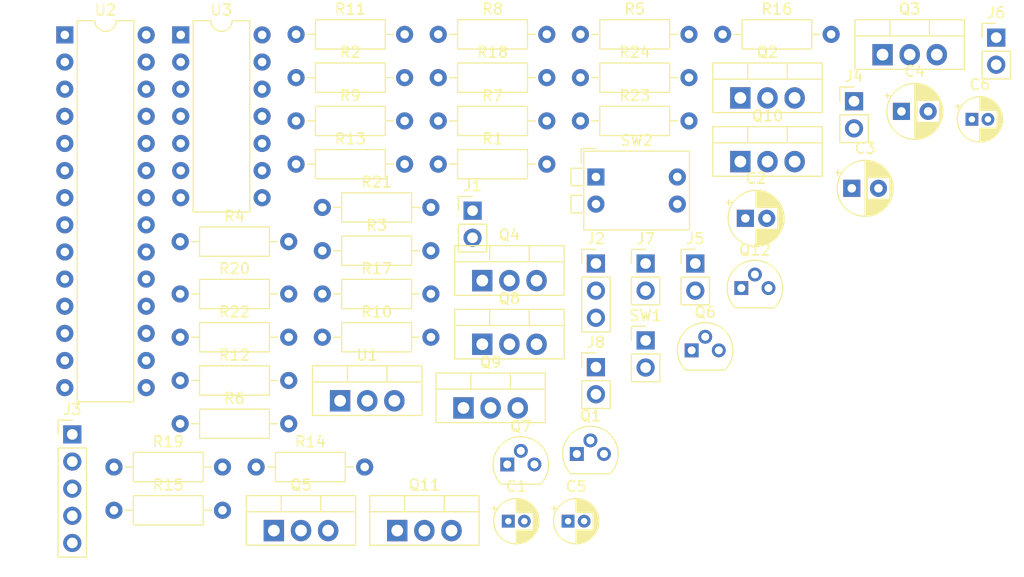
<source format=kicad_pcb>
(kicad_pcb (version 20211014) (generator pcbnew)
  (layers (0 "F.Cu" signal) (31 "B.Cu" signal) (34 "B.Paste" user) (35 "F.Paste" user) (36 "B.SilkS" user "B.Silkscreen") (37 "F.SilkS" user "F.Silkscreen") (38 "B.Mask" user) (39 "F.Mask" user) (44 "Edge.Cuts" user))
  (net 0 "")
  (net 1 "RSTI")
  (net 2 "GND")
  (net 3 "RSET")
  (net 4 "+8V")
  (net 5 "LLRH")
  (net 6 "RLRH")
  (net 7 "LM-")
  (net 8 "+7.5V")
  (net 9 "~MCLR")
  (net 10 "TX")
  (net 11 "RX")
  (net 12 "LSET")
  (net 13 "RM+")
  (net 14 "RM-")
  (net 16 "LCCW")
  (net 17 "LP1G")
  (net 18 "LM+")
  (net 19 "LN1G")
  (net 20 "LN2G")
  (net 21 "LP2G")
  (net 22 "LCW")
  (net 23 "RCCW")
  (net 24 "RP1G")
  (net 25 "RN1G")
  (net 26 "RN2G")
  (net 27 "RP2G")
  (net 28 "RCW")
  (net 29 "TP3")
  (net 30 "TP4")
  (net 31 "LLIGHT")
  (net 32 "RLIGHT")
  (net 33 "LQ")
  (net 34 "RQ")
  (net 35 "LRST")
  (net 36 "GLED")
  (net 37 "RLED")
  (net 38 "L!Q")
  (net 39 "R!Q")
  (footprint "Capacitor_THT:CP_Radial_D5.0mm_P2.00mm" (layer "F.Cu") (at 171.194974 80.35)
    (fp_text reference "C2" (at 1 -3.75) (layer "F.SilkS"))
    (fp_text value "2.2u")
    (pad "1" thru_hole rect (at 0 0) (size 1.6 1.6) (drill 0.8) (layers *.Cu *.Mask) (net 3 "RSET"))
    (pad "2" thru_hole circle (at 2 0) (size 1.6 1.6) (drill 0.8) (layers *.Cu *.Mask) (net 2 "GND"))
  )
  (footprint "Resistor_THT:R_Axial_DIN0207_L6.3mm_D2.5mm_P10.16mm_Horizontal" (layer "F.Cu") (at 118.285199 87.43)
    (fp_text reference "R20" (at 5.08 -2.37) (layer "F.SilkS"))
    (fp_text value "10k")
    (pad "1" thru_hole circle (at 0 0) (size 1.6 1.6) (drill 0.8) (layers *.Cu *.Mask) (net 26 "RN2G"))
    (pad "2" thru_hole oval (at 10.16 0) (size 1.6 1.6) (drill 0.8) (layers *.Cu *.Mask) (net 2 "GND"))
  )
  (footprint "Capacitor_THT:CP_Radial_D5.0mm_P2.50mm" (layer "F.Cu") (at 185.804974 70.34)
    (fp_text reference "C4" (at 1.25 -3.75) (layer "F.SilkS"))
    (fp_text value "47u")
    (pad "1" thru_hole rect (at 0 0) (size 1.6 1.6) (drill 0.8) (layers *.Cu *.Mask) (net 4 "+8V"))
    (pad "2" thru_hole circle (at 2.5 0) (size 1.6 1.6) (drill 0.8) (layers *.Cu *.Mask) (net 2 "GND"))
  )
  (footprint "Package_TO_SOT_THT:TO-220-3_Vertical" (layer "F.Cu") (at 170.725199 75.04)
    (fp_text reference "Q10" (at 2.54 -4.27) (layer "F.SilkS"))
    (fp_text value "N2R")
    (pad "1" thru_hole rect (at 0 0) (size 1.905 2) (drill 1.1) (layers *.Cu *.Mask) (net 26 "RN2G"))
    (pad "2" thru_hole oval (at 2.54 0) (size 1.905 2) (drill 1.1) (layers *.Cu *.Mask) (net 14 "RM-"))
    (pad "3" thru_hole oval (at 5.08 0) (size 1.905 2) (drill 1.1) (layers *.Cu *.Mask) (net 2 "GND"))
  )
  (footprint "Package_TO_SOT_THT:TO-92" (layer "F.Cu") (at 170.815199 86.88)
    (fp_text reference "Q12" (at 1.27 -3.56) (layer "F.SilkS"))
    (fp_text value "Q2R")
    (pad "1" thru_hole rect (at 0 0) (size 1.3 1.3) (drill 0.75) (layers *.Cu *.Mask) (net 2 "GND"))
    (pad "2" thru_hole circle (at 1.27 -1.27) (size 1.3 1.3) (drill 0.75) (layers *.Cu *.Mask) (net 28 "RCW"))
    (pad "3" thru_hole circle (at 2.54 0) (size 1.3 1.3) (drill 0.75) (layers *.Cu *.Mask) (net 27 "RP2G"))
  )
  (footprint "Connector_PinHeader_2.54mm:PinHeader_1x02_P2.54mm_Vertical" (layer "F.Cu") (at 145.655199 79.63)
    (fp_text reference "J1" (at 0 -2.33) (layer "F.SilkS"))
    (fp_text value "LMOTOR")
    (pad "1" thru_hole rect (at 0 0) (size 1.7 1.7) (drill 1) (layers *.Cu *.Mask) (net 7 "LM-"))
    (pad "2" thru_hole oval (at 0 2.54) (size 1.7 1.7) (drill 1) (layers *.Cu *.Mask) (net 18 "LM+"))
  )
  (footprint "Resistor_THT:R_Axial_DIN0207_L6.3mm_D2.5mm_P10.16mm_Horizontal" (layer "F.Cu") (at 129.135199 71.23)
    (fp_text reference "R9" (at 5.08 -2.37) (layer "F.SilkS"))
    (fp_text value "10k")
    (pad "1" thru_hole circle (at 0 0) (size 1.6 1.6) (drill 0.8) (layers *.Cu *.Mask) (net 4 "+8V"))
    (pad "2" thru_hole oval (at 10.16 0) (size 1.6 1.6) (drill 0.8) (layers *.Cu *.Mask) (net 21 "LP2G"))
  )
  (footprint "Resistor_THT:R_Axial_DIN0207_L6.3mm_D2.5mm_P10.16mm_Horizontal" (layer "F.Cu") (at 142.445199 67.18)
    (fp_text reference "R18" (at 5.08 -2.37) (layer "F.SilkS"))
    (fp_text value "10k")
    (pad "1" thru_hole circle (at 0 0) (size 1.6 1.6) (drill 0.8) (layers *.Cu *.Mask) (net 25 "RN1G"))
    (pad "2" thru_hole oval (at 10.16 0) (size 1.6 1.6) (drill 0.8) (layers *.Cu *.Mask) (net 2 "GND"))
  )
  (footprint "Resistor_THT:R_Axial_DIN0207_L6.3mm_D2.5mm_P10.16mm_Horizontal" (layer "F.Cu") (at 118.285199 99.58)
    (fp_text reference "R6" (at 5.08 -2.37) (layer "F.SilkS"))
    (fp_text value "10k")
    (pad "1" thru_hole circle (at 0 0) (size 1.6 1.6) (drill 0.8) (layers *.Cu *.Mask) (net 20 "LN2G"))
    (pad "2" thru_hole oval (at 10.16 0) (size 1.6 1.6) (drill 0.8) (layers *.Cu *.Mask) (net 2 "GND"))
  )
  (footprint "Resistor_THT:R_Axial_DIN0207_L6.3mm_D2.5mm_P10.16mm_Horizontal" (layer "F.Cu") (at 169.065199 63.13)
    (fp_text reference "R16" (at 5.08 -2.37) (layer "F.SilkS"))
    (fp_text value "220")
    (pad "1" thru_hole circle (at 0 0) (size 1.6 1.6) (drill 0.8) (layers *.Cu *.Mask) (net 32 "RLIGHT"))
    (pad "2" thru_hole oval (at 10.16 0) (size 1.6 1.6) (drill 0.8) (layers *.Cu *.Mask) (net 6 "RLRH"))
  )
  (footprint "Resistor_THT:R_Axial_DIN0207_L6.3mm_D2.5mm_P10.16mm_Horizontal" (layer "F.Cu") (at 125.395199 103.63)
    (fp_text reference "R14" (at 5.08 -2.37) (layer "F.SilkS"))
    (fp_text value "10k")
    (pad "1" thru_hole circle (at 0 0) (size 1.6 1.6) (drill 0.8) (layers *.Cu *.Mask) (net 23 "RCCW"))
    (pad "2" thru_hole oval (at 10.16 0) (size 1.6 1.6) (drill 0.8) (layers *.Cu *.Mask) (net 2 "GND"))
  )
  (footprint "Package_TO_SOT_THT:TO-220-3_Vertical" (layer "F.Cu") (at 144.805199 98.1)
    (fp_text reference "Q9" (at 2.54 -4.27) (layer "F.SilkS"))
    (fp_text value "N1R")
    (pad "1" thru_hole rect (at 0 0) (size 1.905 2) (drill 1.1) (layers *.Cu *.Mask) (net 25 "RN1G"))
    (pad "2" thru_hole oval (at 2.54 0) (size 1.905 2) (drill 1.1) (layers *.Cu *.Mask) (net 13 "RM+"))
    (pad "3" thru_hole oval (at 5.08 0) (size 1.905 2) (drill 1.1) (layers *.Cu *.Mask) (net 2 "GND"))
  )
  (footprint "Resistor_THT:R_Axial_DIN0207_L6.3mm_D2.5mm_P10.16mm_Horizontal" (layer "F.Cu") (at 155.755199 71.23)
    (fp_text reference "R23" (at 5.08 -2.37) (layer "F.SilkS"))
    (fp_text value "10k")
    (pad "1" thru_hole circle (at 0 0) (size 1.6 1.6) (drill 0.8) (layers *.Cu *.Mask) (net 28 "RCW"))
    (pad "2" thru_hole oval (at 10.16 0) (size 1.6 1.6) (drill 0.8) (layers *.Cu *.Mask) (net 2 "GND"))
  )
  (footprint "Connector_PinHeader_2.54mm:PinHeader_1x02_P2.54mm_Vertical" (layer "F.Cu") (at 157.205199 94.28)
    (fp_text reference "J8" (at 0 -2.33) (layer "F.SilkS"))
    (fp_text value "RBUMP")
    (pad "1" thru_hole rect (at 0 0) (size 1.7 1.7) (drill 1) (layers *.Cu *.Mask) (net 3 "RSET"))
    (pad "2" thru_hole oval (at 0 2.54) (size 1.7 1.7) (drill 1) (layers *.Cu *.Mask))
  )
  (footprint "Resistor_THT:R_Axial_DIN0207_L6.3mm_D2.5mm_P10.16mm_Horizontal" (layer "F.Cu") (at 131.595199 79.33)
    (fp_text reference "R21" (at 5.08 -2.37) (layer "F.SilkS"))
    (fp_text value "10k")
    (pad "1" thru_hole circle (at 0 0) (size 1.6 1.6) (drill 0.8) (layers *.Cu *.Mask) (net 12 "LSET"))
    (pad "2" thru_hole oval (at 10.16 0) (size 1.6 1.6) (drill 0.8) (layers *.Cu *.Mask) (net 2 "GND"))
  )
  (footprint "Package_TO_SOT_THT:TO-220-3_Vertical" (layer "F.Cu") (at 138.605199 109.58)
    (fp_text reference "Q11" (at 2.54 -4.27) (layer "F.SilkS"))
    (fp_text value "P2R")
    (pad "1" thru_hole rect (at 0 0) (size 1.905 2) (drill 1.1) (layers *.Cu *.Mask) (net 27 "RP2G"))
    (pad "2" thru_hole oval (at 2.54 0) (size 1.905 2) (drill 1.1) (layers *.Cu *.Mask) (net 14 "RM-"))
    (pad "3" thru_hole oval (at 5.08 0) (size 1.905 2) (drill 1.1) (layers *.Cu *.Mask) (net 4 "+8V"))
  )
  (footprint "Resistor_THT:R_Axial_DIN0207_L6.3mm_D2.5mm_P10.16mm_Horizontal" (layer "F.Cu") (at 118.285199 95.53)
    (fp_text reference "R12" (at 5.08 -2.37) (layer "F.SilkS"))
    (fp_text value "10k")
    (pad "1" thru_hole circle (at 0 0) (size 1.6 1.6) (drill 0.8) (layers *.Cu *.Mask) (net 22 "LCW"))
    (pad "2" thru_hole oval (at 10.16 0) (size 1.6 1.6) (drill 0.8) (layers *.Cu *.Mask) (net 2 "GND"))
  )
  (footprint "Resistor_THT:R_Axial_DIN0207_L6.3mm_D2.5mm_P10.16mm_Horizontal" (layer "F.Cu") (at 112.085199 107.68)
    (fp_text reference "R15" (at 5.08 -2.37) (layer "F.SilkS"))
    (fp_text value "10k")
    (pad "1" thru_hole circle (at 0 0) (size 1.6 1.6) (drill 0.8) (layers *.Cu *.Mask) (net 4 "+8V"))
    (pad "2" thru_hole oval (at 10.16 0) (size 1.6 1.6) (drill 0.8) (layers *.Cu *.Mask) (net 24 "RP1G"))
  )
  (footprint "Resistor_THT:R_Axial_DIN0207_L6.3mm_D2.5mm_P10.16mm_Horizontal" (layer "F.Cu") (at 142.445199 75.28)
    (fp_text reference "R1" (at 5.08 -2.37) (layer "F.SilkS"))
    (fp_text value "10k")
    (pad "1" thru_hole circle (at 0 0) (size 1.6 1.6) (drill 0.8) (layers *.Cu *.Mask) (net 16 "LCCW"))
    (pad "2" thru_hole oval (at 10.16 0) (size 1.6 1.6) (drill 0.8) (layers *.Cu *.Mask) (net 2 "GND"))
  )
  (footprint "Resistor_THT:R_Axial_DIN0207_L6.3mm_D2.5mm_P10.16mm_Horizontal" (layer "F.Cu") (at 118.285199 91.48)
    (fp_text reference "R22" (at 5.08 -2.37) (layer "F.SilkS"))
    (fp_text value "10k")
    (pad "1" thru_hole circle (at 0 0) (size 1.6 1.6) (drill 0.8) (layers *.Cu *.Mask) (net 4 "+8V"))
    (pad "2" thru_hole oval (at 10.16 0) (size 1.6 1.6) (drill 0.8) (layers *.Cu *.Mask) (net 27 "RP2G"))
  )
  (footprint "Resistor_THT:R_Axial_DIN0207_L6.3mm_D2.5mm_P10.16mm_Horizontal" (layer "F.Cu") (at 142.445199 63.13)
    (fp_text reference "R8" (at 5.08 -2.37) (layer "F.SilkS"))
    (fp_text value "470")
    (pad "1" thru_hole circle (at 0 0) (size 1.6 1.6) (drill 0.8) (layers *.Cu *.Mask) (net 1 "RSTI"))
    (pad "2" thru_hole oval (at 10.16 0) (size 1.6 1.6) (drill 0.8) (layers *.Cu *.Mask) (net 9 "~MCLR"))
  )
  (footprint "Capacitor_THT:CP_Radial_D4.0mm_P1.50mm" (layer "F.Cu") (at 192.4 71.08)
    (fp_text reference "C6" (at 0.75 -3.25) (layer "F.SilkS"))
    (fp_text value ".1u")
    (pad "1" thru_hole rect (at 0 0) (size 1.2 1.2) (drill 0.6) (layers *.Cu *.Mask) (net 3 "RSET"))
    (pad "2" thru_hole circle (at 1.5 0) (size 1.2 1.2) (drill 0.6) (layers *.Cu *.Mask) (net 6 "RLRH"))
  )
  (footprint "Package_TO_SOT_THT:TO-220-3_Vertical" (layer "F.Cu") (at 184.035199 65.03)
    (fp_text reference "Q3" (at 2.54 -4.27) (layer "F.SilkS"))
    (fp_text value "N1L")
    (pad "1" thru_hole rect (at 0 0) (size 1.905 2) (drill 1.1) (layers *.Cu *.Mask) (net 19 "LN1G"))
    (pad "2" thru_hole oval (at 2.54 0) (size 1.905 2) (drill 1.1) (layers *.Cu *.Mask) (net 18 "LM+"))
    (pad "3" thru_hole oval (at 5.08 0) (size 1.905 2) (drill 1.1) (layers *.Cu *.Mask) (net 2 "GND"))
  )
  (footprint "Resistor_THT:R_Axial_DIN0207_L6.3mm_D2.5mm_P10.16mm_Horizontal" (layer "F.Cu") (at 131.595199 83.38)
    (fp_text reference "R3" (at 5.08 -2.37) (layer "F.SilkS"))
    (fp_text value "1k")
    (pad "1" thru_hole circle (at 0 0) (size 1.6 1.6) (drill 0.8) (layers *.Cu *.Mask) (net 20 "LN2G"))
    (pad "2" thru_hole oval (at 10.16 0) (size 1.6 1.6) (drill 0.8) (layers *.Cu *.Mask) (net 18 "LM+"))
  )
  (footprint "Button_Switch_THT:SW_DIP_SPSTx02_Piano_CTS_Series194-2MSTN_W7.62mm_P2.54mm" (layer "F.Cu") (at 157.205199 76.48)
    (fp_text reference "SW2" (at 3.81 -3.42) (layer "F.SilkS"))
    (fp_text value "TSTSW")
    (pad "1" thru_hole rect (at 0 0) (size 1.6 1.6) (drill 0.8) (layers *.Cu *.Mask) (net 2 "GND"))
    (pad "2" thru_hole oval (at 0 2.54) (size 1.6 1.6) (drill 0.8) (layers *.Cu *.Mask) (net 2 "GND"))
    (pad "3" thru_hole oval (at 7.62 2.54) (size 1.6 1.6) (drill 0.8) (layers *.Cu *.Mask) (net 30 "TP4"))
    (pad "4" thru_hole oval (at 7.62 0) (size 1.6 1.6) (drill 0.8) (layers *.Cu *.Mask) (net 29 "TP3"))
  )
  (footprint "Connector_PinHeader_2.54mm:PinHeader_1x02_P2.54mm_Vertical" (layer "F.Cu") (at 166.505199 84.58)
    (fp_text reference "J5" (at 0 -2.33) (layer "F.SilkS"))
    (fp_text value "RPR")
    (pad "1" thru_hole rect (at 0 0) (size 1.7 1.7) (drill 1) (layers *.Cu *.Mask) (net 2 "GND"))
    (pad "2" thru_hole oval (at 0 2.54) (size 1.7 1.7) (drill 1) (layers *.Cu *.Mask) (net 6 "RLRH"))
  )
  (footprint "Package_TO_SOT_THT:TO-220-3_Vertical" (layer "F.Cu") (at 146.565199 86.18)
    (fp_text reference "Q4" (at 2.54 -4.27) (layer "F.SilkS"))
    (fp_text value "N2R")
    (pad "1" thru_hole rect (at 0 0) (size 1.905 2) (drill 1.1) (layers *.Cu *.Mask) (net 20 "LN2G"))
    (pad "2" thru_hole oval (at 2.54 0) (size 1.905 2) (drill 1.1) (layers *.Cu *.Mask) (net 7 "LM-"))
    (pad "3" thru_hole oval (at 5.08 0) (size 1.905 2) (drill 1.1) (layers *.Cu *.Mask) (net 2 "GND"))
  )
  (footprint "Package_TO_SOT_THT:TO-92" (layer "F.Cu") (at 155.415199 102.41)
    (fp_text reference "Q1" (at 1.27 -3.56) (layer "F.SilkS"))
    (fp_text value "Q1L")
    (pad "1" thru_hole rect (at 0 0) (size 1.3 1.3) (drill 0.75) (layers *.Cu *.Mask) (net 2 "GND"))
    (pad "2" thru_hole circle (at 1.27 -1.27) (size 1.3 1.3) (drill 0.75) (layers *.Cu *.Mask) (net 16 "LCCW"))
    (pad "3" thru_hole circle (at 2.54 0) (size 1.3 1.3) (drill 0.75) (layers *.Cu *.Mask) (net 17 "LP1G"))
  )
  (footprint "Connector_PinHeader_2.54mm:PinHeader_1x02_P2.54mm_Vertical" (layer "F.Cu") (at 181.365199 69.39)
    (fp_text reference "J4" (at 0 -2.33) (layer "F.SilkS"))
    (fp_text value "LPR")
    (pad "1" thru_hole rect (at 0 0) (size 1.7 1.7) (drill 1) (layers *.Cu *.Mask) (net 5 "LLRH"))
    (pad "2" thru_hole oval (at 0 2.54) (size 1.7 1.7) (drill 1) (layers *.Cu *.Mask) (net 2 "GND"))
  )
  (footprint "Resistor_THT:R_Axial_DIN0207_L6.3mm_D2.5mm_P10.16mm_Horizontal" (layer "F.Cu") (at 142.445199 71.23)
    (fp_text reference "R7" (at 5.08 -2.37) (layer "F.SilkS"))
    (fp_text value "10k")
    (pad "1" thru_hole circle (at 0 0) (size 1.6 1.6) (drill 0.8) (layers *.Cu *.Mask) (net 3 "RSET"))
    (pad "2" thru_hole oval (at 10.16 0) (size 1.6 1.6) (drill 0.8) (layers *.Cu *.Mask) (net 1 "RSTI"))
  )
  (footprint "Package_TO_SOT_THT:TO-220-3_Vertical" (layer "F.Cu") (at 133.255199 97.43)
    (fp_text reference "U1" (at 2.54 -4.27) (layer "F.SilkS"))
    (fp_text value "LM2940CT")
    (pad "1" thru_hole rect (at 0 0) (size 1.905 2) (drill 1.1) (layers *.Cu *.Mask) (net 8 "+7.5V"))
    (pad "2" thru_hole oval (at 2.54 0) (size 1.905 2) (drill 1.1) (layers *.Cu *.Mask) (net 2 "GND"))
    (pad "3" thru_hole oval (at 5.08 0) (size 1.905 2) (drill 1.1) (layers *.Cu *.Mask) (net 3 "RSET"))
  )
  (footprint "Capacitor_THT:CP_Radial_D5.0mm_P2.50mm" (layer "F.Cu") (at 181.154974 77.54)
    (fp_text reference "C3" (at 1.25 -3.75) (layer "F.SilkS"))
    (fp_text value "47u")
    (pad "1" thru_hole rect (at 0 0) (size 1.6 1.6) (drill 0.8) (layers *.Cu *.Mask) (net 4 "+8V"))
    (pad "2" thru_hole circle (at 2.5 0) (size 1.6 1.6) (drill 0.8) (layers *.Cu *.Mask) (net 2 "GND"))
  )
  (footprint "Resistor_THT:R_Axial_DIN0207_L6.3mm_D2.5mm_P10.16mm_Horizontal" (layer "F.Cu") (at 129.135199 67.18)
    (fp_text reference "R2" (at 5.08 -2.37) (layer "F.SilkS"))
    (fp_text value "10k")
    (pad "1" thru_hole circle (at 0 0) (size 1.6 1.6) (drill 0.8) (layers *.Cu *.Mask) (net 4 "+8V"))
    (pad "2" thru_hole oval (at 10.16 0) (size 1.6 1.6) (drill 0.8) (layers *.Cu *.Mask) (net 17 "LP1G"))
  )
  (footprint "Capacitor_THT:CP_Radial_D4.0mm_P1.50mm" (layer "F.Cu") (at 149 108.7)
    (fp_text reference "C1" (at 0.75 -3.25) (layer "F.SilkS"))
    (fp_text value ".1u")
    (pad "1" thru_hole rect (at 0 0) (size 1.2 1.2) (drill 0.6) (layers *.Cu *.Mask) (net 1 "RSTI"))
    (pad "2" thru_hole circle (at 1.5 0) (size 1.2 1.2) (drill 0.6) (layers *.Cu *.Mask) (net 2 "GND"))
  )
  (footprint "Connector_PinHeader_2.54mm:PinHeader_1x02_P2.54mm_Vertical" (layer "F.Cu") (at 161.855199 91.78)
    (fp_text reference "SW1" (at 0 -2.33) (layer "F.SilkS"))
    (fp_text value "RSTBUT")
    (pad "1" thru_hole rect (at 0 0) (size 1.7 1.7) (drill 1) (layers *.Cu *.Mask) (net 2 "GND"))
    (pad "2" thru_hole oval (at 0 2.54) (size 1.7 1.7) (drill 1) (layers *.Cu *.Mask) (net 9 "~MCLR"))
  )
  (footprint "Connector_PinHeader_2.54mm:PinHeader_1x05_P2.54mm_Vertical" (layer "F.Cu") (at 108.185199 100.58)
    (fp_text reference "J3" (at 0 -2.33) (layer "F.SilkS"))
    (fp_text value "Conn_01x05_Male")
    (pad "1" thru_hole rect (at 0 0) (size 1.7 1.7) (drill 1) (layers *.Cu *.Mask) (net 9 "~MCLR"))
    (pad "2" thru_hole oval (at 0 2.54) (size 1.7 1.7) (drill 1) (layers *.Cu *.Mask) (net 3 "RSET"))
    (pad "3" thru_hole oval (at 0 5.08) (size 1.7 1.7) (drill 1) (layers *.Cu *.Mask) (net 2 "GND"))
    (pad "4" thru_hole oval (at 0 7.62) (size 1.7 1.7) (drill 1) (layers *.Cu *.Mask) (net 10 "TX"))
    (pad "5" thru_hole oval (at 0 10.16) (size 1.7 1.7) (drill 1) (layers *.Cu *.Mask) (net 11 "RX"))
  )
  (footprint "Package_TO_SOT_THT:TO-92" (layer "F.Cu") (at 148.905199 103.39)
    (fp_text reference "Q7" (at 1.27 -3.56) (layer "F.SilkS"))
    (fp_text value "Q1R")
    (pad "1" thru_hole rect (at 0 0) (size 1.3 1.3) (drill 0.75) (layers *.Cu *.Mask) (net 2 "GND"))
    (pad "2" thru_hole circle (at 1.27 -1.27) (size 1.3 1.3) (drill 0.75) (layers *.Cu *.Mask) (net 23 "RCCW"))
    (pad "3" thru_hole circle (at 2.54 0) (size 1.3 1.3) (drill 0.75) (layers *.Cu *.Mask) (net 24 "RP1G"))
  )
  (footprint "Connector_PinHeader_2.54mm:PinHeader_1x03_P2.54mm_Vertical" (layer "F.Cu") (at 157.205199 84.58)
    (fp_text reference "J2" (at 0 -2.33) (layer "F.SilkS"))
    (fp_text value "PWRIN")
    (pad "1" thru_hole rect (at 0 0) (size 1.7 1.7) (drill 1) (layers *.Cu *.Mask) (net 2 "GND"))
    (pad "2" thru_hole oval (at 0 2.54) (size 1.7 1.7) (drill 1) (layers *.Cu *.Mask) (net 8 "+7.5V"))
    (pad "3" thru_hole oval (at 0 5.08) (size 1.7 1.7) (drill 1) (layers *.Cu *.Mask) (net 4 "+8V"))
  )
  (footprint "Capacitor_THT:CP_Radial_D4.0mm_P1.50mm" (layer "F.Cu") (at 154.6 108.7)
    (fp_text reference "C5" (at 0.75 -3.25) (layer "F.SilkS"))
    (fp_text value ".1u")
    (pad "1" thru_hole rect (at 0 0) (size 1.2 1.2) (drill 0.6) (layers *.Cu *.Mask) (net 3 "RSET"))
    (pad "2" thru_hole circle (at 1.5 0) (size 1.2 1.2) (drill 0.6) (layers *.Cu *.Mask) (net 5 "LLRH"))
  )
  (footprint "Package_TO_SOT_THT:TO-220-3_Vertical" (layer "F.Cu") (at 127.055199 109.58)
    (fp_text reference "Q5" (at 2.54 -4.27) (layer "F.SilkS"))
    (fp_text value "P2L")
    (pad "1" thru_hole rect (at 0 0) (size 1.905 2) (drill 1.1) (layers *.Cu *.Mask) (net 21 "LP2G"))
    (pad "2" thru_hole oval (at 2.54 0) (size 1.905 2) (drill 1.1) (layers *.Cu *.Mask) (net 7 "LM-"))
    (pad "3" thru_hole oval (at 5.08 0) (size 1.905 2) (drill 1.1) (layers *.Cu *.Mask) (net 4 "+8V"))
  )
  (footprint "Package_DIP:DIP-28_W7.62mm" (layer "F.Cu") (at 107.485199 63.18)
    (fp_text reference "U2" (at 3.81 -2.33) (layer "F.SilkS"))
    (fp_text value "dsPic30f3013")
    (pad "1" thru_hole rect (at 0 0) (size 1.6 1.6) (drill 0.8) (layers *.Cu *.Mask) (net 9 "~MCLR"))
    (pad "2" thru_hole oval (at 0 2.54) (size 1.6 1.6) (drill 0.8) (layers *.Cu *.Mask) (net 33 "LQ"))
    (pad "3" thru_hole oval (at 0 5.08) (size 1.6 1.6) (drill 0.8) (layers *.Cu *.Mask) (net 29 "TP3"))
    (pad "4" thru_hole oval (at 0 7.62) (size 1.6 1.6) (drill 0.8) (layers *.Cu *.Mask) (net 30 "TP4"))
    (pad "5" thru_hole oval (at 0 10.16) (size 1.6 1.6) (drill 0.8) (layers *.Cu *.Mask) (net 34 "RQ"))
    (pad "6" thru_hole oval (at 0 12.7) (size 1.6 1.6) (drill 0.8) (layers *.Cu *.Mask) (net 35 "LRST"))
    (pad "7" thru_hole oval (at 0 15.24) (size 1.6 1.6) (drill 0.8) (layers *.Cu *.Mask) (net 2 "GND"))
    (pad "8" thru_hole oval (at 0 17.78) (size 1.6 1.6) (drill 0.8) (layers *.Cu *.Mask) (net 2 "GND"))
    (pad "9" thru_hole oval (at 0 20.32) (size 1.6 1.6) (drill 0.8) (layers *.Cu *.Mask) (net 2 "GND"))
    (pad "10" thru_hole oval (at 0 22.86) (size 1.6 1.6) (drill 0.8) (layers *.Cu *.Mask) (net 2 "GND"))
    (pad "11" thru_hole oval (at 0 25.4) (size 1.6 1.6) (drill 0.8) (layers *.Cu *.Mask) (net 32 "RLIGHT"))
    (pad "12" thru_hole oval (at 0 27.94) (size 1.6 1.6) (drill 0.8) (layers *.Cu *.Mask) (net 31 "LLIGHT"))
    (pad "13" thru_hole oval (at 0 30.48) (size 1.6 1.6) (drill 0.8) (layers *.Cu *.Mask) (net 3 "RSET"))
    (pad "14" thru_hole oval (at 0 33.02) (size 1.6 1.6) (drill 0.8) (layers *.Cu *.Mask) (net 2 "GND"))
    (pad "15" thru_hole oval (at 7.62 33.02) (size 1.6 1.6) (drill 0.8) (layers *.Cu *.Mask) (net 2 "GND"))
    (pad "16" thru_hole oval (at 7.62 30.48) (size 1.6 1.6) (drill 0.8) (layers *.Cu *.Mask) (net 2 "GND"))
    (pad "17" thru_hole oval (at 7.62 27.94) (size 1.6 1.6) (drill 0.8) (layers *.Cu *.Mask) (net 10 "TX"))
    (pad "18" thru_hole oval (at 7.62 25.4) (size 1.6 1.6) (drill 0.8) (layers *.Cu *.Mask) (net 11 "RX"))
    (pad "19" thru_hole oval (at 7.62 22.86) (size 1.6 1.6) (drill 0.8) (layers *.Cu *.Mask) (net 2 "GND"))
    (pad "20" thru_hole oval (at 7.62 20.32) (size 1.6 1.6) (drill 0.8) (layers *.Cu *.Mask) (net 3 "RSET"))
    (pad "21" thru_hole oval (at 7.62 17.78) (size 1.6 1.6) (drill 0.8) (layers *.Cu *.Mask) (net 22 "LCW"))
    (pad "22" thru_hole oval (at 7.62 15.24) (size 1.6 1.6) (drill 0.8) (layers *.Cu *.Mask) (net 28 "RCW"))
    (pad "23" thru_hole oval (at 7.62 12.7) (size 1.6 1.6) (drill 0.8) (layers *.Cu *.Mask) (net 36 "GLED"))
    (pad "24" thru_hole oval (at 7.62 10.16) (size 1.6 1.6) (drill 0.8) (layers *.Cu *.Mask) (net 37 "RLED"))
    (pad "25" thru_hole oval (at 7.62 7.62) (size 1.6 1.6) (drill 0.8) (layers *.Cu *.Mask) (net 16 "LCCW"))
    (pad "26" thru_hole oval (at 7.62 5.08) (size 1.6 1.6) (drill 0.8) (layers *.Cu *.Mask) (net 23 "RCCW"))
    (pad "27" thru_hole oval (at 7.62 2.54) (size 1.6 1.6) (drill 0.8) (layers *.Cu *.Mask) (net 2 "GND"))
    (pad "28" thru_hole oval (at 7.62 0) (size 1.6 1.6) (drill 0.8) (layers *.Cu *.Mask) (net 3 "RSET"))
  )
  (footprint "Connector_PinHeader_2.54mm:PinHeader_1x02_P2.54mm_Vertical" (layer "F.Cu") (at 194.675199 63.43)
    (fp_text reference "J6" (at 0 -2.33) (layer "F.SilkS"))
    (fp_text value "LBUMP")
    (pad "1" thru_hole rect (at 0 0) (size 1.7 1.7) (drill 1) (layers *.Cu *.Mask) (net 12 "LSET"))
    (pad "2" thru_hole oval (at 0 2.54) (size 1.7 1.7) (drill 1) (layers *.Cu *.Mask) (net 3 "RSET"))
  )
  (footprint "Resistor_THT:R_Axial_DIN0207_L6.3mm_D2.5mm_P10.16mm_Horizontal" (layer "F.Cu") (at 155.755199 63.13)
    (fp_text reference "R5" (at 5.08 -2.37) (layer "F.SilkS"))
    (fp_text value "1k")
    (pad "1" thru_hole circle (at 0 0) (size 1.6 1.6) (drill 0.8) (layers *.Cu *.Mask) (net 19 "LN1G"))
    (pad "2" thru_hole oval (at 10.16 0) (size 1.6 1.6) (drill 0.8) (layers *.Cu *.Mask) (net 7 "LM-"))
  )
  (footprint "Resistor_THT:R_Axial_DIN0207_L6.3mm_D2.5mm_P10.16mm_Horizontal" (layer "F.Cu") (at 112.085199 103.63)
    (fp_text reference "R19" (at 5.08 -2.37) (layer "F.SilkS"))
    (fp_text value "1k")
    (pad "1" thru_hole circle (at 0 0) (size 1.6 1.6) (drill 0.8) (layers *.Cu *.Mask) (net 25 "RN1G"))
    (pad "2" thru_hole oval (at 10.16 0) (size 1.6 1.6) (drill 0.8) (layers *.Cu *.Mask) (net 14 "RM-"))
  )
  (footprint "Package_TO_SOT_THT:TO-220-3_Vertical" (layer "F.Cu") (at 146.565199 92.14)
    (fp_text reference "Q8" (at 2.54 -4.27) (layer "F.SilkS"))
    (fp_text value "P1R")
    (pad "1" thru_hole rect (at 0 0) (size 1.905 2) (drill 1.1) (layers *.Cu *.Mask) (net 24 "RP1G"))
    (pad "2" thru_hole oval (at 2.54 0) (size 1.905 2) (drill 1.1) (layers *.Cu *.Mask) (net 13 "RM+"))
    (pad "3" thru_hole oval (at 5.08 0) (size 1.905 2) (drill 1.1) (layers *.Cu *.Mask) (net 4 "+8V"))
  )
  (footprint "Package_TO_SOT_THT:TO-92" (layer "F.Cu") (at 166.165199 92.71)
    (fp_text reference "Q6" (at 1.27 -3.56) (layer "F.SilkS"))
    (fp_text value "Q2L")
    (pad "1" thru_hole rect (at 0 0) (size 1.3 1.3) (drill 0.75) (layers *.Cu *.Mask) (net 2 "GND"))
    (pad "2" thru_hole circle (at 1.27 -1.27) (size 1.3 1.3) (drill 0.75) (layers *.Cu *.Mask) (net 22 "LCW"))
    (pad "3" thru_hole circle (at 2.54 0) (size 1.3 1.3) (drill 0.75) (layers *.Cu *.Mask) (net 21 "LP2G"))
  )
  (footprint "Resistor_THT:R_Axial_DIN0207_L6.3mm_D2.5mm_P10.16mm_Horizontal" (layer "F.Cu") (at 131.595199 91.48)
    (fp_text reference "R10" (at 5.08 -2.37) (layer "F.SilkS"))
    (fp_text value "10k")
    (pad "1" thru_hole circle (at 0 0) (size 1.6 1.6) (drill 0.8) (layers *.Cu *.Mask) (net 29 "TP3"))
    (pad "2" thru_hole oval (at 10.16 0) (size 1.6 1.6) (drill 0.8) (layers *.Cu *.Mask) (net 3 "RSET"))
  )
  (footprint "Connector_PinHeader_2.54mm:PinHeader_1x02_P2.54mm_Vertical" (layer "F.Cu") (at 161.855199 84.58)
    (fp_text reference "J7" (at 0 -2.33) (layer "F.SilkS"))
    (fp_text value "RMOTOR")
    (pad "1" thru_hole rect (at 0 0) (size 1.7 1.7) (drill 1) (layers *.Cu *.Mask) (net 13 "RM+"))
    (pad "2" thru_hole oval (at 0 2.54) (size 1.7 1.7) (drill 1) (layers *.Cu *.Mask) (net 14 "RM-"))
  )
  (footprint "Resistor_THT:R_Axial_DIN0207_L6.3mm_D2.5mm_P10.16mm_Horizontal" (layer "F.Cu") (at 131.595199 87.43)
    (fp_text reference "R17" (at 5.08 -2.37) (layer "F.SilkS"))
    (fp_text value "1k")
    (pad "1" thru_hole circle (at 0 0) (size 1.6 1.6) (drill 0.8) (layers *.Cu *.Mask) (net 26 "RN2G"))
    (pad "2" thru_hole oval (at 10.16 0) (size 1.6 1.6) (drill 0.8) (layers *.Cu *.Mask) (net 13 "RM+"))
  )
  (footprint "Resistor_THT:R_Axial_DIN0207_L6.3mm_D2.5mm_P10.16mm_Horizontal" (layer "F.Cu") (at 129.135199 63.13)
    (fp_text reference "R11" (at 5.08 -2.37) (layer "F.SilkS"))
    (fp_text value "10k")
    (pad "1" thru_hole circle (at 0 0) (size 1.6 1.6) (drill 0.8) (layers *.Cu *.Mask) (net 3 "RSET"))
    (pad "2" thru_hole oval (at 10.16 0) (size 1.6 1.6) (drill 0.8) (layers *.Cu *.Mask) (net 30 "TP4"))
  )
  (footprint "Package_TO_SOT_THT:TO-220-3_Vertical" (layer "F.Cu") (at 170.725199 69.08)
    (fp_text reference "Q2" (at 2.54 -4.27) (layer "F.SilkS"))
    (fp_text value "P1L")
    (pad "1" thru_hole rect (at 0 0) (size 1.905 2) (drill 1.1) (layers *.Cu *.Mask) (net 17 "LP1G"))
    (pad "2" thru_hole oval (at 2.54 0) (size 1.905 2) (drill 1.1) (layers *.Cu *.Mask) (net 18 "LM+"))
    (pad "3" thru_hole oval (at 5.08 0) (size 1.905 2) (drill 1.1) (layers *.Cu *.Mask) (net 4 "+8V"))
  )
  (footprint "Resistor_THT:R_Axial_DIN0207_L6.3mm_D2.5mm_P10.16mm_Horizontal" (layer "F.Cu") (at 129.135199 75.28)
    (fp_text reference "R13" (at 5.08 -2.37) (layer "F.SilkS"))
    (fp_text value "220")
    (pad "1" thru_hole circle (at 0 0) (size 1.6 1.6) (drill 0.8) (layers *.Cu *.Mask) (net 5 "LLRH"))
    (pad "2" thru_hole oval (at 10.16 0) (size 1.6 1.6) (drill 0.8) (layers *.Cu *.Mask) (net 31 "LLIGHT"))
  )
  (footprint "Package_DIP:DIP-14_W7.62mm" (layer "F.Cu") (at 118.335199 63.18)
    (fp_text reference "U3" (at 3.81 -2.33) (layer "F.SilkS"))
    (fp_text value "7402")
    (pad "1" thru_hole rect (at 0 0) (size 1.6 1.6) (drill 0.8) (layers *.Cu *.Mask) (net 38 "L!Q"))
    (pad "2" thru_hole oval (at 0 2.54) (size 1.6 1.6) (drill 0.8) (layers *.Cu *.Mask) (net 35 "LRST"))
    (pad "3" thru_hole oval (at 0 5.08) (size 1.6 1.6) (drill 0.8) (layers *.Cu *.Mask) (net 33 "LQ"))
    (pad "4" thru_hole oval (at 0 7.62) (size 1.6 1.6) (drill 0.8) (layers *.Cu *.Mask) (net 39 "R!Q"))
    (pad "5" thru_hole oval (at 0 10.16) (size 1.6 1.6) (drill 0.8) (layers *.Cu *.Mask) (net 33 "LQ"))
    (pad "6" thru_hole oval (at 0 12.7) (size 1.6 1.6) (drill 0.8) (layers *.Cu *.Mask) (net 35 "LRST"))
    (pad "7" thru_hole oval (at 0 15.24) (size 1.6 1.6) (drill 0.8) (layers *.Cu *.Mask) (net 2 "GND"))
    (pad "8" thru_hole oval (at 7.62 15.24) (size 1.6 1.6) (drill 0.8) (layers *.Cu *.Mask) (net 3 "RSET"))
    (pad "9" thru_hole oval (at 7.62 12.7) (size 1.6 1.6) (drill 0.8) (layers *.Cu *.Mask) (net 39 "R!Q"))
    (pad "10" thru_hole oval (at 7.62 10.16) (size 1.6 1.6) (drill 0.8) (layers *.Cu *.Mask) (net 33 "LQ"))
    (pad "11" thru_hole oval (at 7.62 7.62) (size 1.6 1.6) (drill 0.8) (layers *.Cu *.Mask) (net 38 "L!Q"))
    (pad "12" thru_hole oval (at 7.62 5.08) (size 1.6 1.6) (drill 0.8) (layers *.Cu *.Mask) (net 12 "LSET"))
    (pad "13" thru_hole oval (at 7.62 2.54) (size 1.6 1.6) (drill 0.8) (layers *.Cu *.Mask) (net 33 "LQ"))
    (pad "14" thru_hole oval (at 7.62 0) (size 1.6 1.6) (drill 0.8) (layers *.Cu *.Mask) (net 3 "RSET"))
  )
  (footprint "Resistor_THT:R_Axial_DIN0207_L6.3mm_D2.5mm_P10.16mm_Horizontal" (layer "F.Cu") (at 155.755199 67.18)
    (fp_text reference "R24" (at 5.08 -2.37) (layer "F.SilkS"))
    (fp_text value "10k")
    (pad "1" thru_hole circle (at 0 0) (size 1.6 1.6) (drill 0.8) (layers *.Cu *.Mask) (net 3 "RSET"))
    (pad "2" thru_hole oval (at 10.16 0) (size 1.6 1.6) (drill 0.8) (layers *.Cu *.Mask) (net 2 "GND"))
  )
  (footprint "Resistor_THT:R_Axial_DIN0207_L6.3mm_D2.5mm_P10.16mm_Horizontal" (layer "F.Cu") (at 118.285199 82.53)
    (fp_text reference "R4" (at 5.08 -2.37) (layer "F.SilkS"))
    (fp_text value "10k")
    (pad "1" thru_hole circle (at 0 0) (size 1.6 1.6) (drill 0.8) (layers *.Cu *.Mask) (net 19 "LN1G"))
    (pad "2" thru_hole oval (at 10.16 0) (size 1.6 1.6) (drill 0.8) (layers *.Cu *.Mask) (net 2 "GND"))
  )
)
</source>
